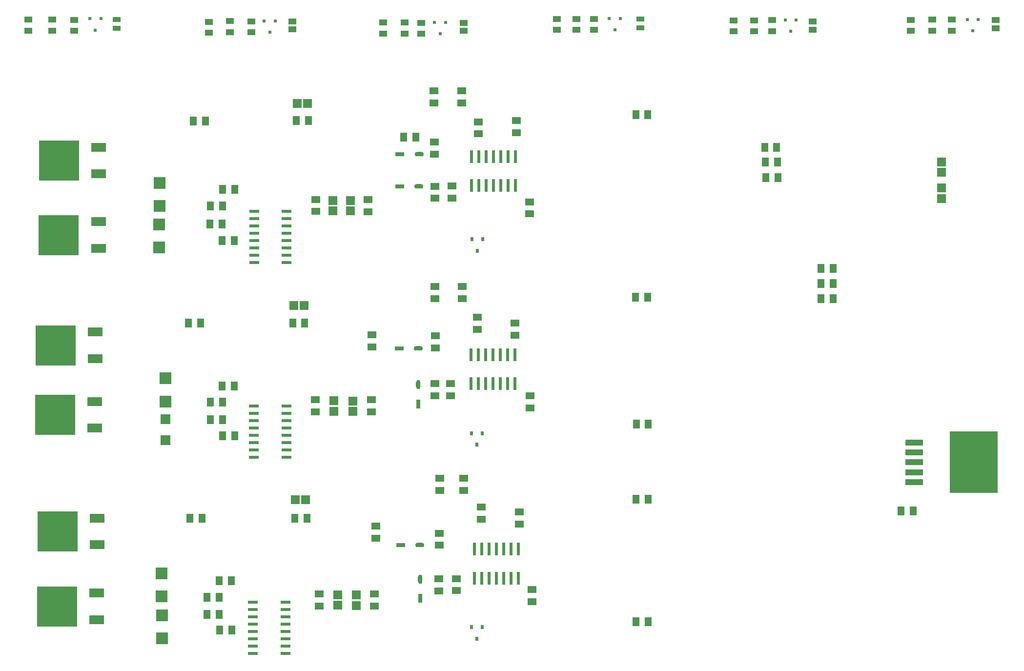
<source format=gtp>
G04*
G04 #@! TF.GenerationSoftware,Altium Limited,Altium Designer,21.6.4 (81)*
G04*
G04 Layer_Color=8421504*
%FSLAX43Y43*%
%MOMM*%
G71*
G04*
G04 #@! TF.SameCoordinates,1BFCAD30-3443-4AAB-B7F7-DC6525A64C66*
G04*
G04*
G04 #@! TF.FilePolarity,Positive*
G04*
G01*
G75*
%ADD16R,0.500X0.600*%
%ADD17R,0.500X0.600*%
%ADD18R,2.500X1.500*%
%ADD19R,7.000X7.000*%
%ADD20R,2.000X2.000*%
%ADD21R,1.207X1.508*%
%ADD22R,1.680X1.700*%
%ADD23R,1.664X0.559*%
%ADD24R,1.508X1.207*%
%ADD25R,1.408X1.007*%
%ADD26R,1.556X1.505*%
%ADD27R,0.600X0.700*%
G04:AMPARAMS|DCode=28|XSize=1.607mm|YSize=0.762mm|CornerRadius=0.381mm|HoleSize=0mm|Usage=FLASHONLY|Rotation=90.000|XOffset=0mm|YOffset=0mm|HoleType=Round|Shape=RoundedRectangle|*
%AMROUNDEDRECTD28*
21,1,1.607,0.000,0,0,90.0*
21,1,0.845,0.762,0,0,90.0*
1,1,0.762,0.000,0.422*
1,1,0.762,0.000,-0.422*
1,1,0.762,0.000,-0.422*
1,1,0.762,0.000,0.422*
%
%ADD28ROUNDEDRECTD28*%
%ADD29R,0.762X1.607*%
G04:AMPARAMS|DCode=30|XSize=1.607mm|YSize=0.762mm|CornerRadius=0.381mm|HoleSize=0mm|Usage=FLASHONLY|Rotation=0.000|XOffset=0mm|YOffset=0mm|HoleType=Round|Shape=RoundedRectangle|*
%AMROUNDEDRECTD30*
21,1,1.607,0.000,0,0,0.0*
21,1,0.845,0.762,0,0,0.0*
1,1,0.762,0.422,0.000*
1,1,0.762,-0.422,0.000*
1,1,0.762,-0.422,0.000*
1,1,0.762,0.422,0.000*
%
%ADD30ROUNDEDRECTD30*%
%ADD31R,1.607X0.762*%
%ADD32R,1.505X1.556*%
%ADD33R,1.350X0.950*%
%ADD34R,1.356X1.105*%
%ADD35R,0.558X2.270*%
%ADD36R,8.380X10.660*%
%ADD37R,3.050X1.016*%
D16*
X171770Y168840D02*
D03*
X233883Y168672D02*
D03*
X202283Y168586D02*
D03*
X141453Y168139D02*
D03*
X81661Y168799D02*
D03*
X111902Y168409D02*
D03*
D17*
X170820Y170840D02*
D03*
X172720D02*
D03*
X232933Y170672D02*
D03*
X234833D02*
D03*
X201333Y170586D02*
D03*
X203233D02*
D03*
X140503Y170139D02*
D03*
X142403D02*
D03*
X80711Y170799D02*
D03*
X82611D02*
D03*
X110952Y170409D02*
D03*
X112852D02*
D03*
D18*
X81562Y99757D02*
D03*
Y104357D02*
D03*
X81893Y71109D02*
D03*
Y66509D02*
D03*
X81991Y79527D02*
D03*
Y84127D02*
D03*
X82223Y143852D02*
D03*
Y148452D02*
D03*
X81661Y111811D02*
D03*
Y116411D02*
D03*
X82186Y135548D02*
D03*
Y130948D02*
D03*
D19*
X74662Y102057D02*
D03*
X74993Y68809D02*
D03*
X75091Y81827D02*
D03*
X75323Y146152D02*
D03*
X74761Y114111D02*
D03*
X75286Y133248D02*
D03*
D20*
X93218Y67278D02*
D03*
Y63278D02*
D03*
X92761Y131052D02*
D03*
Y135052D02*
D03*
X93142Y74517D02*
D03*
Y70517D02*
D03*
X93828Y108375D02*
D03*
Y104375D02*
D03*
X92812Y138303D02*
D03*
Y142303D02*
D03*
D21*
X101591Y138328D02*
D03*
X103692D02*
D03*
X105842Y141173D02*
D03*
X103740D02*
D03*
X105267Y73228D02*
D03*
X103165D02*
D03*
X101057Y70409D02*
D03*
X103159D02*
D03*
X105785Y107010D02*
D03*
X103683D02*
D03*
X101606Y104216D02*
D03*
X103708D02*
D03*
X103648Y132283D02*
D03*
X105750D02*
D03*
X116500Y153086D02*
D03*
X118602D02*
D03*
X115891Y117983D02*
D03*
X117992D02*
D03*
X116272Y84099D02*
D03*
X118373D02*
D03*
X175403Y154127D02*
D03*
X177505D02*
D03*
X137271Y150190D02*
D03*
X135169D02*
D03*
X103641Y135179D02*
D03*
X101540D02*
D03*
X175352Y122428D02*
D03*
X177454D02*
D03*
X221428Y85369D02*
D03*
X223529D02*
D03*
X103734Y101194D02*
D03*
X101632D02*
D03*
X175489Y100432D02*
D03*
X177590D02*
D03*
X103750Y98400D02*
D03*
X105851D02*
D03*
X175463Y87376D02*
D03*
X177565D02*
D03*
X103159Y67462D02*
D03*
X101057D02*
D03*
X175454Y66192D02*
D03*
X177555D02*
D03*
X103242Y64694D02*
D03*
X105343D02*
D03*
X197755Y148463D02*
D03*
X199857D02*
D03*
X197958Y143231D02*
D03*
X200060D02*
D03*
X197857Y145872D02*
D03*
X199958D02*
D03*
X98628Y153010D02*
D03*
X100730D02*
D03*
X209610Y122174D02*
D03*
X207509D02*
D03*
X209610Y124790D02*
D03*
X207509D02*
D03*
X209610Y127457D02*
D03*
X207509D02*
D03*
X97841Y117932D02*
D03*
X99943D02*
D03*
X98085Y84099D02*
D03*
X100187D02*
D03*
D22*
X93853Y97676D02*
D03*
Y101256D02*
D03*
D23*
X109137Y94666D02*
D03*
Y95936D02*
D03*
Y97206D02*
D03*
Y98476D02*
D03*
Y99746D02*
D03*
Y101016D02*
D03*
Y102286D02*
D03*
Y103556D02*
D03*
X114789D02*
D03*
Y102286D02*
D03*
Y101016D02*
D03*
Y99746D02*
D03*
Y98476D02*
D03*
Y97206D02*
D03*
Y95936D02*
D03*
Y94666D02*
D03*
X108991Y60655D02*
D03*
Y61925D02*
D03*
Y63195D02*
D03*
Y64465D02*
D03*
Y65735D02*
D03*
Y67005D02*
D03*
Y68275D02*
D03*
Y69545D02*
D03*
X114643D02*
D03*
Y68275D02*
D03*
Y67005D02*
D03*
Y65735D02*
D03*
Y64465D02*
D03*
Y63195D02*
D03*
Y61925D02*
D03*
Y60655D02*
D03*
X109188Y128499D02*
D03*
Y129769D02*
D03*
Y131039D02*
D03*
Y132309D02*
D03*
Y133579D02*
D03*
Y134849D02*
D03*
Y136119D02*
D03*
Y137389D02*
D03*
X114840D02*
D03*
Y136119D02*
D03*
Y134849D02*
D03*
Y133579D02*
D03*
Y132309D02*
D03*
Y131039D02*
D03*
Y129769D02*
D03*
Y128499D02*
D03*
D24*
X140386Y158251D02*
D03*
Y156150D02*
D03*
X140437Y149361D02*
D03*
Y147260D02*
D03*
X154686Y153095D02*
D03*
Y150994D02*
D03*
X148133Y152892D02*
D03*
Y150790D02*
D03*
X145186Y158251D02*
D03*
Y156150D02*
D03*
X128930Y139379D02*
D03*
Y137278D02*
D03*
X119863Y139421D02*
D03*
Y137319D02*
D03*
X129616Y115910D02*
D03*
Y113808D02*
D03*
X130277Y82712D02*
D03*
Y80610D02*
D03*
X143535Y141741D02*
D03*
Y139640D02*
D03*
X154407Y117992D02*
D03*
Y115891D02*
D03*
X140538Y124342D02*
D03*
Y122241D02*
D03*
X140640Y115757D02*
D03*
Y113656D02*
D03*
X147930Y118948D02*
D03*
Y116846D02*
D03*
X145288Y124333D02*
D03*
Y122231D02*
D03*
X129515Y104657D02*
D03*
Y102556D02*
D03*
X119837Y104683D02*
D03*
Y102581D02*
D03*
X143307Y107451D02*
D03*
Y105350D02*
D03*
X155169Y85176D02*
D03*
Y83074D02*
D03*
X141402Y91043D02*
D03*
Y88941D02*
D03*
X141326Y81518D02*
D03*
Y79416D02*
D03*
X148565Y86039D02*
D03*
Y83938D02*
D03*
X145567Y91043D02*
D03*
Y88941D02*
D03*
X130099Y70977D02*
D03*
Y68875D02*
D03*
X120523Y70961D02*
D03*
Y68859D02*
D03*
X144297Y73644D02*
D03*
Y71542D02*
D03*
X156972Y136897D02*
D03*
Y138998D02*
D03*
X157099Y103242D02*
D03*
Y105343D02*
D03*
X157378Y69647D02*
D03*
Y71749D02*
D03*
X140564Y139614D02*
D03*
Y141716D02*
D03*
X140538Y105350D02*
D03*
Y107451D02*
D03*
X141224Y71517D02*
D03*
Y73619D02*
D03*
D25*
X101321Y170242D02*
D03*
Y168340D02*
D03*
X70053Y170597D02*
D03*
Y168696D02*
D03*
X131597Y170089D02*
D03*
Y168188D02*
D03*
X104978Y168467D02*
D03*
Y170369D02*
D03*
X74143Y168696D02*
D03*
Y170597D02*
D03*
X135280Y168213D02*
D03*
Y170115D02*
D03*
X108687Y168391D02*
D03*
Y170293D02*
D03*
X77953Y168645D02*
D03*
Y170547D02*
D03*
X138201Y168162D02*
D03*
Y170064D02*
D03*
X192405Y170470D02*
D03*
Y168569D02*
D03*
X223114Y170583D02*
D03*
Y168681D02*
D03*
X161696Y170750D02*
D03*
Y168848D02*
D03*
X195893Y168594D02*
D03*
Y170496D02*
D03*
X226797Y168696D02*
D03*
Y170597D02*
D03*
X165125Y168848D02*
D03*
Y170750D02*
D03*
X199093Y168620D02*
D03*
Y170521D02*
D03*
X230226Y168721D02*
D03*
Y170623D02*
D03*
X168123Y168848D02*
D03*
Y170750D02*
D03*
D26*
X228422Y144096D02*
D03*
Y145898D02*
D03*
Y141388D02*
D03*
Y139587D02*
D03*
X126924Y70776D02*
D03*
Y68975D02*
D03*
X123673Y69014D02*
D03*
Y70815D02*
D03*
X126314Y104457D02*
D03*
Y102655D02*
D03*
X123038Y102680D02*
D03*
Y104482D02*
D03*
X125908Y139255D02*
D03*
Y137453D02*
D03*
X122885D02*
D03*
Y139255D02*
D03*
D27*
X148778Y65186D02*
D03*
X146878D02*
D03*
X147828Y63186D02*
D03*
X148803Y98866D02*
D03*
X146903D02*
D03*
X147853Y96866D02*
D03*
X148854Y132496D02*
D03*
X146954D02*
D03*
X147904Y130496D02*
D03*
D28*
X138049Y73558D02*
D03*
X137668Y107289D02*
D03*
D29*
X138049Y70206D02*
D03*
X137668Y103938D02*
D03*
D30*
X137973Y79477D02*
D03*
X137693Y113589D02*
D03*
X137794Y141681D02*
D03*
X137820Y147244D02*
D03*
D31*
X134622Y79477D02*
D03*
X134341Y113589D02*
D03*
X134443Y141681D02*
D03*
X134468Y147244D02*
D03*
D32*
X116359Y87300D02*
D03*
X118161D02*
D03*
X116054Y121031D02*
D03*
X117856D02*
D03*
X116688Y156108D02*
D03*
X118489D02*
D03*
D33*
X176174Y170701D02*
D03*
Y169201D02*
D03*
X85369Y170651D02*
D03*
Y169151D02*
D03*
D34*
X237846Y170525D02*
D03*
Y169124D02*
D03*
X206104Y170271D02*
D03*
Y168870D02*
D03*
X145567Y170078D02*
D03*
Y168677D02*
D03*
X115799Y170322D02*
D03*
Y168920D02*
D03*
D35*
X155067Y73712D02*
D03*
X153797D02*
D03*
X152527D02*
D03*
X151257D02*
D03*
X149987D02*
D03*
X148717D02*
D03*
X147447D02*
D03*
Y78740D02*
D03*
X148717D02*
D03*
X149987D02*
D03*
X151257D02*
D03*
X152527D02*
D03*
X153797D02*
D03*
X155067D02*
D03*
X154432Y107442D02*
D03*
X153162D02*
D03*
X151892D02*
D03*
X150622D02*
D03*
X149352D02*
D03*
X148082D02*
D03*
X146812D02*
D03*
Y112470D02*
D03*
X148082D02*
D03*
X149352D02*
D03*
X150622D02*
D03*
X151892D02*
D03*
X153162D02*
D03*
X154432D02*
D03*
X154508Y141834D02*
D03*
X153238D02*
D03*
X151968D02*
D03*
X150698D02*
D03*
X149428D02*
D03*
X148158D02*
D03*
X146888D02*
D03*
Y146862D02*
D03*
X148158D02*
D03*
X149428D02*
D03*
X150698D02*
D03*
X151968D02*
D03*
X153238D02*
D03*
X154508D02*
D03*
D36*
X233995Y93802D02*
D03*
D37*
X223690Y97206D02*
D03*
Y95504D02*
D03*
Y93802D02*
D03*
Y92100D02*
D03*
Y90398D02*
D03*
M02*

</source>
